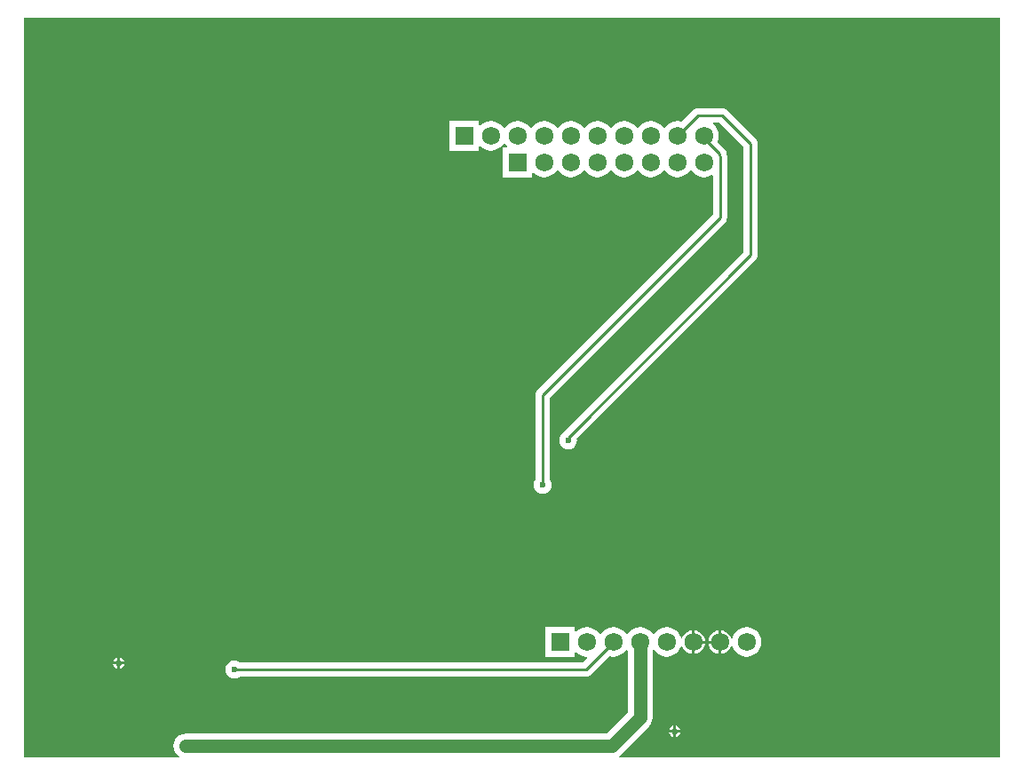
<source format=gbl>
G04*
G04 #@! TF.GenerationSoftware,Altium Limited,Altium Designer,20.0.13 (296)*
G04*
G04 Layer_Physical_Order=2*
G04 Layer_Color=16711680*
%FSLAX25Y25*%
%MOIN*%
G70*
G01*
G75*
%ADD14C,0.01000*%
%ADD20C,0.05000*%
%ADD21C,0.06791*%
%ADD22R,0.06791X0.06791*%
%ADD23C,0.02362*%
G36*
X370079Y3937D02*
X227186D01*
X227016Y4437D01*
X227709Y4968D01*
X238315Y15575D01*
X239056Y16541D01*
X239523Y17666D01*
X239682Y18874D01*
Y44333D01*
X239717Y44379D01*
X239832Y44418D01*
X240199D01*
X240314Y44379D01*
X241078Y43385D01*
X242231Y42500D01*
X243574Y41943D01*
X245016Y41754D01*
X246457Y41943D01*
X247800Y42500D01*
X248954Y43385D01*
X249839Y44538D01*
X250355Y45783D01*
X250665Y45840D01*
X250886Y45807D01*
X251176Y45106D01*
X251881Y44188D01*
X252799Y43483D01*
X253868Y43040D01*
X254516Y42955D01*
Y47323D01*
Y51691D01*
X253868Y51605D01*
X252799Y51162D01*
X251881Y50458D01*
X251176Y49540D01*
X250886Y48839D01*
X250665Y48805D01*
X250355Y48863D01*
X249839Y50108D01*
X248954Y51261D01*
X247800Y52146D01*
X246457Y52702D01*
X245016Y52892D01*
X243574Y52702D01*
X242231Y52146D01*
X241078Y51261D01*
X240314Y50266D01*
X240199Y50228D01*
X239832D01*
X239717Y50266D01*
X238954Y51261D01*
X237800Y52146D01*
X236457Y52702D01*
X235016Y52892D01*
X233574Y52702D01*
X232231Y52146D01*
X231078Y51261D01*
X230314Y50266D01*
X230199Y50228D01*
X229832D01*
X229717Y50266D01*
X228954Y51261D01*
X227800Y52146D01*
X226457Y52702D01*
X225016Y52892D01*
X223574Y52702D01*
X222231Y52146D01*
X221078Y51261D01*
X220314Y50266D01*
X220199Y50228D01*
X219832D01*
X219717Y50266D01*
X218954Y51261D01*
X217800Y52146D01*
X216457Y52702D01*
X215016Y52892D01*
X213574Y52702D01*
X212231Y52146D01*
X211078Y51261D01*
X211011Y51174D01*
X210537Y51335D01*
Y52845D01*
X199494D01*
Y41801D01*
X210537D01*
Y43311D01*
X211011Y43472D01*
X211078Y43385D01*
X212231Y42500D01*
X213574Y41943D01*
X214996Y41756D01*
X215106Y41609D01*
X215255Y41307D01*
X213604Y39656D01*
X84658D01*
X84345Y39897D01*
X83540Y40230D01*
X82677Y40343D01*
X81814Y40230D01*
X81009Y39897D01*
X80318Y39366D01*
X79788Y38676D01*
X79455Y37871D01*
X79342Y37008D01*
X79455Y36145D01*
X79788Y35340D01*
X80318Y34649D01*
X81009Y34119D01*
X81814Y33786D01*
X82677Y33672D01*
X83540Y33786D01*
X84345Y34119D01*
X84658Y34359D01*
X214701D01*
X215386Y34449D01*
X216025Y34714D01*
X216574Y35135D01*
X223438Y42000D01*
X223574Y41943D01*
X225016Y41754D01*
X226457Y41943D01*
X227800Y42500D01*
X228954Y43385D01*
X229515Y44115D01*
X230141Y44177D01*
X230350Y43980D01*
Y20807D01*
X222477Y12934D01*
X64567D01*
X63359Y12775D01*
X62234Y12308D01*
X61268Y11567D01*
X60526Y10601D01*
X60060Y9475D01*
X59901Y8268D01*
X60060Y7060D01*
X60526Y5935D01*
X61268Y4968D01*
X61960Y4437D01*
X61791Y3937D01*
X3937D01*
Y281496D01*
X370079D01*
Y3937D01*
D02*
G37*
%LPC*%
G36*
X265746Y247705D02*
X256749D01*
X256064Y247615D01*
X255425Y247350D01*
X254876Y246929D01*
X250593Y242646D01*
X250457Y242702D01*
X249016Y242892D01*
X247574Y242702D01*
X246231Y242146D01*
X245078Y241261D01*
X244314Y240266D01*
X244199Y240228D01*
X243832D01*
X243717Y240266D01*
X242954Y241261D01*
X241800Y242146D01*
X240457Y242702D01*
X239016Y242892D01*
X237574Y242702D01*
X236231Y242146D01*
X235078Y241261D01*
X234314Y240266D01*
X234199Y240228D01*
X233832D01*
X233717Y240266D01*
X232954Y241261D01*
X231800Y242146D01*
X230457Y242702D01*
X229016Y242892D01*
X227574Y242702D01*
X226231Y242146D01*
X225078Y241261D01*
X224314Y240266D01*
X224199Y240228D01*
X223832D01*
X223717Y240266D01*
X222954Y241261D01*
X221800Y242146D01*
X220457Y242702D01*
X219016Y242892D01*
X217574Y242702D01*
X216231Y242146D01*
X215078Y241261D01*
X214314Y240266D01*
X214199Y240228D01*
X213832D01*
X213717Y240266D01*
X212954Y241261D01*
X211800Y242146D01*
X210457Y242702D01*
X209016Y242892D01*
X207574Y242702D01*
X206231Y242146D01*
X205078Y241261D01*
X204314Y240266D01*
X204199Y240228D01*
X203832D01*
X203717Y240266D01*
X202954Y241261D01*
X201800Y242146D01*
X200457Y242702D01*
X199016Y242892D01*
X197574Y242702D01*
X196231Y242146D01*
X195078Y241261D01*
X194314Y240266D01*
X194199Y240228D01*
X193832D01*
X193717Y240266D01*
X192954Y241261D01*
X191800Y242146D01*
X190457Y242702D01*
X189016Y242892D01*
X187574Y242702D01*
X186231Y242146D01*
X185078Y241261D01*
X184314Y240266D01*
X184199Y240228D01*
X183832D01*
X183717Y240266D01*
X182954Y241261D01*
X181800Y242146D01*
X180457Y242702D01*
X179016Y242892D01*
X177574Y242702D01*
X176231Y242146D01*
X175078Y241261D01*
X175011Y241174D01*
X174537Y241335D01*
Y242845D01*
X163494D01*
Y231801D01*
X174537D01*
Y233311D01*
X175011Y233472D01*
X175078Y233385D01*
X176231Y232500D01*
X177574Y231943D01*
X179016Y231753D01*
X180457Y231943D01*
X181800Y232500D01*
X182954Y233385D01*
X183717Y234380D01*
X183832Y234418D01*
X184199D01*
X184314Y234380D01*
X185078Y233385D01*
X185165Y233318D01*
X185004Y232844D01*
X183494D01*
Y221801D01*
X194537D01*
Y223311D01*
X195011Y223472D01*
X195078Y223385D01*
X196231Y222500D01*
X197574Y221943D01*
X199016Y221754D01*
X200457Y221943D01*
X201800Y222500D01*
X202954Y223385D01*
X203717Y224379D01*
X203832Y224418D01*
X204199D01*
X204314Y224379D01*
X205078Y223385D01*
X206231Y222500D01*
X207574Y221943D01*
X209016Y221754D01*
X210457Y221943D01*
X211800Y222500D01*
X212954Y223385D01*
X213717Y224379D01*
X213832Y224418D01*
X214199D01*
X214314Y224379D01*
X215078Y223385D01*
X216231Y222500D01*
X217574Y221943D01*
X219016Y221754D01*
X220457Y221943D01*
X221800Y222500D01*
X222954Y223385D01*
X223717Y224379D01*
X223832Y224418D01*
X224199D01*
X224314Y224379D01*
X225078Y223385D01*
X226231Y222500D01*
X227574Y221943D01*
X229016Y221754D01*
X230457Y221943D01*
X231800Y222500D01*
X232954Y223385D01*
X233717Y224379D01*
X233832Y224418D01*
X234199D01*
X234314Y224379D01*
X235078Y223385D01*
X236231Y222500D01*
X237574Y221943D01*
X239016Y221754D01*
X240457Y221943D01*
X241800Y222500D01*
X242954Y223385D01*
X243717Y224379D01*
X243832Y224418D01*
X244199D01*
X244314Y224379D01*
X245078Y223385D01*
X246231Y222500D01*
X247574Y221943D01*
X249016Y221754D01*
X250457Y221943D01*
X251800Y222500D01*
X252954Y223385D01*
X253717Y224379D01*
X253832Y224418D01*
X254199D01*
X254314Y224379D01*
X255078Y223385D01*
X256231Y222500D01*
X257574Y221943D01*
X259016Y221754D01*
X260457Y221943D01*
X261800Y222500D01*
X261940Y222607D01*
X262389Y222386D01*
Y207775D01*
X196552Y141938D01*
X196131Y141390D01*
X195867Y140751D01*
X195777Y140065D01*
Y108280D01*
X195536Y107967D01*
X195203Y107162D01*
X195090Y106299D01*
X195203Y105436D01*
X195536Y104631D01*
X196067Y103941D01*
X196757Y103410D01*
X197562Y103077D01*
X198425Y102964D01*
X199288Y103077D01*
X200093Y103410D01*
X200784Y103941D01*
X201314Y104631D01*
X201647Y105436D01*
X201761Y106299D01*
X201647Y107162D01*
X201314Y107967D01*
X201074Y108280D01*
Y138968D01*
X266910Y204805D01*
X267331Y205353D01*
X267596Y205992D01*
X267686Y206678D01*
Y229817D01*
X267596Y230503D01*
X267473Y230799D01*
X267421Y231197D01*
X267156Y231836D01*
X266735Y232385D01*
X264056Y235063D01*
X264395Y235881D01*
X264585Y237323D01*
X264395Y238764D01*
X263839Y240107D01*
X262954Y241261D01*
X262111Y241908D01*
X262281Y242408D01*
X264649D01*
X273828Y233229D01*
Y193617D01*
X206100Y125889D01*
X205681Y125344D01*
X205614Y125292D01*
X205084Y124601D01*
X204750Y123796D01*
X204637Y122933D01*
X204750Y122070D01*
X205084Y121265D01*
X205614Y120574D01*
X206305Y120044D01*
X207109Y119711D01*
X207972Y119597D01*
X208836Y119711D01*
X209640Y120044D01*
X210331Y120574D01*
X210861Y121265D01*
X211194Y122070D01*
X211308Y122933D01*
X211230Y123527D01*
X278349Y190647D01*
X278770Y191195D01*
X279035Y191834D01*
X279125Y192520D01*
Y234326D01*
X279035Y235012D01*
X278770Y235651D01*
X278349Y236199D01*
X267619Y246929D01*
X267071Y247350D01*
X266432Y247615D01*
X265746Y247705D01*
D02*
G37*
G36*
X275016Y52892D02*
X273574Y52702D01*
X272231Y52146D01*
X271078Y51261D01*
X270193Y50108D01*
X269677Y48863D01*
X269366Y48805D01*
X269146Y48839D01*
X268855Y49540D01*
X268151Y50458D01*
X267232Y51162D01*
X266163Y51605D01*
X265516Y51691D01*
Y47323D01*
Y42955D01*
X266163Y43040D01*
X267232Y43483D01*
X268151Y44188D01*
X268855Y45106D01*
X269146Y45807D01*
X269366Y45840D01*
X269677Y45783D01*
X270193Y44538D01*
X271078Y43385D01*
X272231Y42500D01*
X273574Y41943D01*
X275016Y41754D01*
X276457Y41943D01*
X277800Y42500D01*
X278954Y43385D01*
X279839Y44538D01*
X280395Y45881D01*
X280585Y47323D01*
X280395Y48764D01*
X279839Y50108D01*
X278954Y51261D01*
X277800Y52146D01*
X276457Y52702D01*
X275016Y52892D01*
D02*
G37*
G36*
X264516Y51691D02*
X263868Y51605D01*
X262799Y51162D01*
X261881Y50458D01*
X261176Y49540D01*
X260733Y48470D01*
X260648Y47823D01*
X264516D01*
Y51691D01*
D02*
G37*
G36*
X255516D02*
Y47823D01*
X259384D01*
X259298Y48470D01*
X258855Y49540D01*
X258151Y50458D01*
X257232Y51162D01*
X256163Y51605D01*
X255516Y51691D01*
D02*
G37*
G36*
X264516Y46823D02*
X260648D01*
X260733Y46175D01*
X261176Y45106D01*
X261881Y44188D01*
X262799Y43483D01*
X263868Y43040D01*
X264516Y42955D01*
Y46823D01*
D02*
G37*
G36*
X259384D02*
X255516D01*
Y42955D01*
X256163Y43040D01*
X257232Y43483D01*
X258151Y44188D01*
X258855Y45106D01*
X259298Y46175D01*
X259384Y46823D01*
D02*
G37*
G36*
X39870Y41495D02*
Y39870D01*
X41495D01*
X41425Y40221D01*
X40943Y40943D01*
X40221Y41425D01*
X39870Y41495D01*
D02*
G37*
G36*
X38870D02*
X38519Y41425D01*
X37798Y40943D01*
X37315Y40221D01*
X37246Y39870D01*
X38870D01*
Y41495D01*
D02*
G37*
G36*
X41495Y38870D02*
X39870D01*
Y37246D01*
X40221Y37315D01*
X40943Y37798D01*
X41425Y38519D01*
X41495Y38870D01*
D02*
G37*
G36*
X38870D02*
X37246D01*
X37315Y38519D01*
X37798Y37798D01*
X38519Y37315D01*
X38870Y37246D01*
Y38870D01*
D02*
G37*
G36*
X248532Y15904D02*
Y14279D01*
X250156D01*
X250086Y14630D01*
X249604Y15352D01*
X248883Y15834D01*
X248532Y15904D01*
D02*
G37*
G36*
X247532D02*
X247181Y15834D01*
X246459Y15352D01*
X245977Y14630D01*
X245907Y14279D01*
X247532D01*
Y15904D01*
D02*
G37*
G36*
X250156Y13280D02*
X248532D01*
Y11655D01*
X248883Y11725D01*
X249604Y12207D01*
X250086Y12928D01*
X250156Y13280D01*
D02*
G37*
G36*
X247532D02*
X245907D01*
X245977Y12928D01*
X246459Y12207D01*
X247181Y11725D01*
X247532Y11655D01*
Y13280D01*
D02*
G37*
%LPD*%
D14*
X207972Y122933D02*
Y124016D01*
X276476Y192520D01*
X198425Y106299D02*
Y140065D01*
X265037Y206678D01*
X276476Y192520D02*
Y234326D01*
X264862Y229992D02*
Y230512D01*
Y229992D02*
X265037Y229817D01*
Y206678D02*
Y229817D01*
X259016Y236358D02*
Y237323D01*
Y236358D02*
X264862Y230512D01*
X265746Y245056D02*
X276476Y234326D01*
X249311Y237618D02*
X256749Y245056D01*
X265746D01*
X249311Y237598D02*
Y237618D01*
X249016Y237323D02*
X249035D01*
X249311Y237598D01*
X82677Y37008D02*
X214701D01*
X225016Y47323D01*
D20*
X104429Y8268D02*
X224410D01*
X64567D02*
X104429D01*
X235016Y18874D02*
Y47323D01*
X224410Y8268D02*
X235016Y18874D01*
D21*
X259016Y237323D02*
D03*
X249016D02*
D03*
X239016D02*
D03*
X229016D02*
D03*
X219016D02*
D03*
X209016D02*
D03*
X199016D02*
D03*
X189016D02*
D03*
X179016D02*
D03*
X215016Y47323D02*
D03*
X225016D02*
D03*
X235016D02*
D03*
X245016D02*
D03*
X255016D02*
D03*
X265016D02*
D03*
X275016D02*
D03*
X199016Y227323D02*
D03*
X209016D02*
D03*
X219016D02*
D03*
X229016D02*
D03*
X239016D02*
D03*
X249016D02*
D03*
X259016D02*
D03*
D22*
X169016Y237323D02*
D03*
X205016Y47323D02*
D03*
X189016Y227323D02*
D03*
D23*
X207972Y122933D02*
D03*
X198425Y106299D02*
D03*
X248031Y13780D02*
D03*
X39370Y39370D02*
D03*
X82677Y37008D02*
D03*
X64567Y8268D02*
D03*
X224410D02*
D03*
X104429D02*
D03*
M02*

</source>
